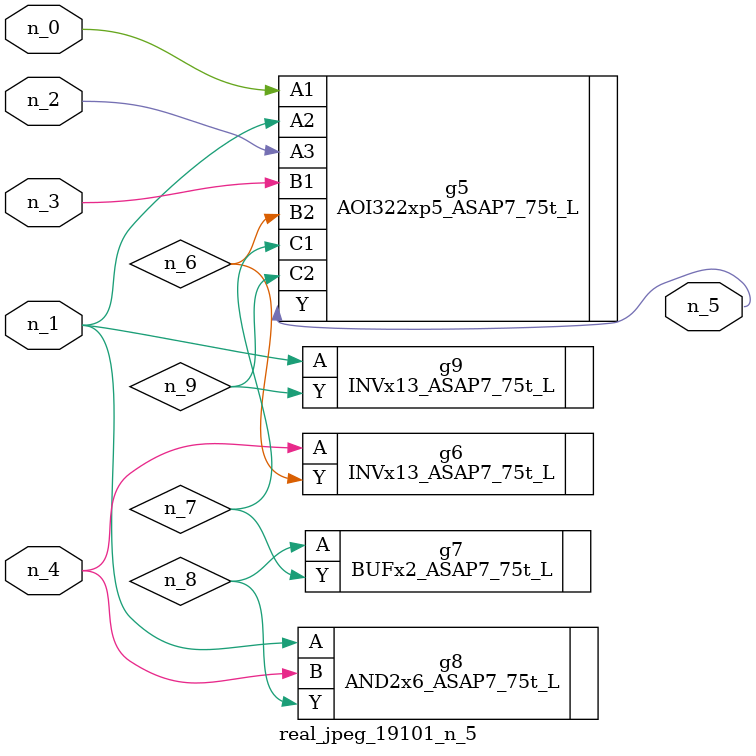
<source format=v>
module real_jpeg_19101_n_5 (n_4, n_0, n_1, n_2, n_3, n_5);

input n_4;
input n_0;
input n_1;
input n_2;
input n_3;

output n_5;

wire n_8;
wire n_6;
wire n_7;
wire n_9;

AOI322xp5_ASAP7_75t_L g5 ( 
.A1(n_0),
.A2(n_1),
.A3(n_2),
.B1(n_3),
.B2(n_6),
.C1(n_7),
.C2(n_9),
.Y(n_5)
);

AND2x6_ASAP7_75t_L g8 ( 
.A(n_1),
.B(n_4),
.Y(n_8)
);

INVx13_ASAP7_75t_L g9 ( 
.A(n_1),
.Y(n_9)
);

INVx13_ASAP7_75t_L g6 ( 
.A(n_4),
.Y(n_6)
);

BUFx2_ASAP7_75t_L g7 ( 
.A(n_8),
.Y(n_7)
);


endmodule
</source>
